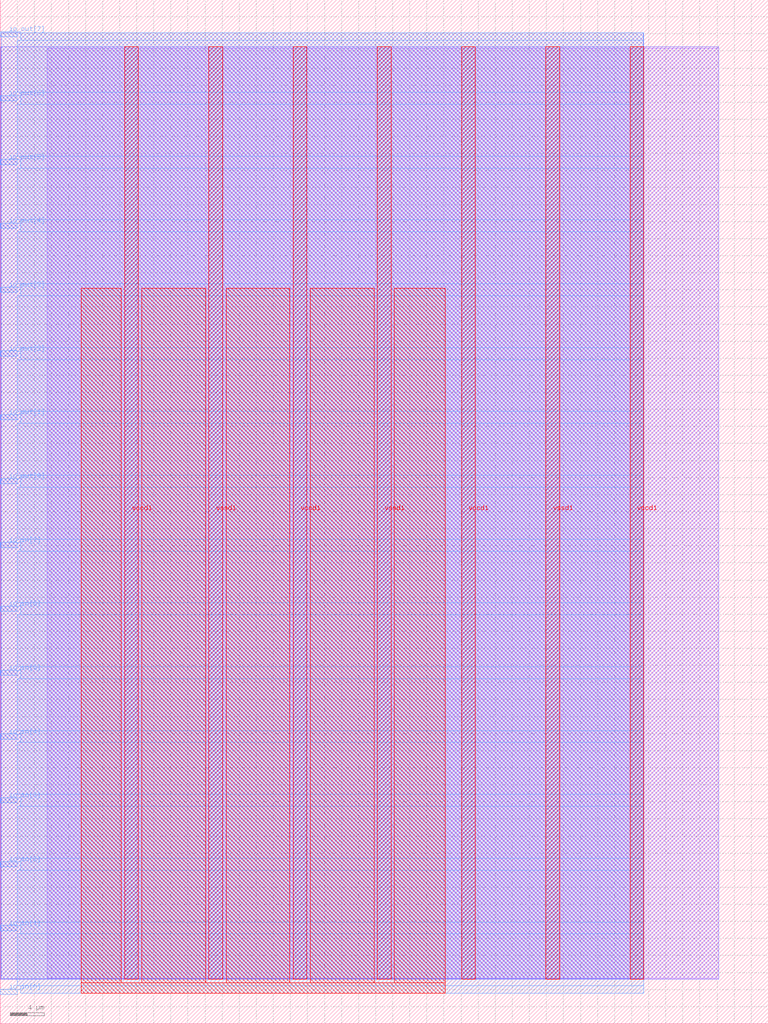
<source format=lef>
VERSION 5.7 ;
  NOWIREEXTENSIONATPIN ON ;
  DIVIDERCHAR "/" ;
  BUSBITCHARS "[]" ;
MACRO cchan_fp8_multiplier
  CLASS BLOCK ;
  FOREIGN cchan_fp8_multiplier ;
  ORIGIN 0.000 0.000 ;
  SIZE 90.000 BY 120.000 ;
  PIN io_in[0]
    DIRECTION INPUT ;
    USE SIGNAL ;
    PORT
      LAYER met3 ;
        RECT 0.000 3.440 2.000 4.040 ;
    END
  END io_in[0]
  PIN io_in[1]
    DIRECTION INPUT ;
    USE SIGNAL ;
    PORT
      LAYER met3 ;
        RECT 0.000 10.920 2.000 11.520 ;
    END
  END io_in[1]
  PIN io_in[2]
    DIRECTION INPUT ;
    USE SIGNAL ;
    PORT
      LAYER met3 ;
        RECT 0.000 18.400 2.000 19.000 ;
    END
  END io_in[2]
  PIN io_in[3]
    DIRECTION INPUT ;
    USE SIGNAL ;
    PORT
      LAYER met3 ;
        RECT 0.000 25.880 2.000 26.480 ;
    END
  END io_in[3]
  PIN io_in[4]
    DIRECTION INPUT ;
    USE SIGNAL ;
    PORT
      LAYER met3 ;
        RECT 0.000 33.360 2.000 33.960 ;
    END
  END io_in[4]
  PIN io_in[5]
    DIRECTION INPUT ;
    USE SIGNAL ;
    PORT
      LAYER met3 ;
        RECT 0.000 40.840 2.000 41.440 ;
    END
  END io_in[5]
  PIN io_in[6]
    DIRECTION INPUT ;
    USE SIGNAL ;
    PORT
      LAYER met3 ;
        RECT 0.000 48.320 2.000 48.920 ;
    END
  END io_in[6]
  PIN io_in[7]
    DIRECTION INPUT ;
    USE SIGNAL ;
    PORT
      LAYER met3 ;
        RECT 0.000 55.800 2.000 56.400 ;
    END
  END io_in[7]
  PIN io_out[0]
    DIRECTION OUTPUT TRISTATE ;
    USE SIGNAL ;
    PORT
      LAYER met3 ;
        RECT 0.000 63.280 2.000 63.880 ;
    END
  END io_out[0]
  PIN io_out[1]
    DIRECTION OUTPUT TRISTATE ;
    USE SIGNAL ;
    PORT
      LAYER met3 ;
        RECT 0.000 70.760 2.000 71.360 ;
    END
  END io_out[1]
  PIN io_out[2]
    DIRECTION OUTPUT TRISTATE ;
    USE SIGNAL ;
    PORT
      LAYER met3 ;
        RECT 0.000 78.240 2.000 78.840 ;
    END
  END io_out[2]
  PIN io_out[3]
    DIRECTION OUTPUT TRISTATE ;
    USE SIGNAL ;
    PORT
      LAYER met3 ;
        RECT 0.000 85.720 2.000 86.320 ;
    END
  END io_out[3]
  PIN io_out[4]
    DIRECTION OUTPUT TRISTATE ;
    USE SIGNAL ;
    PORT
      LAYER met3 ;
        RECT 0.000 93.200 2.000 93.800 ;
    END
  END io_out[4]
  PIN io_out[5]
    DIRECTION OUTPUT TRISTATE ;
    USE SIGNAL ;
    PORT
      LAYER met3 ;
        RECT 0.000 100.680 2.000 101.280 ;
    END
  END io_out[5]
  PIN io_out[6]
    DIRECTION OUTPUT TRISTATE ;
    USE SIGNAL ;
    PORT
      LAYER met3 ;
        RECT 0.000 108.160 2.000 108.760 ;
    END
  END io_out[6]
  PIN io_out[7]
    DIRECTION OUTPUT TRISTATE ;
    USE SIGNAL ;
    PORT
      LAYER met3 ;
        RECT 0.000 115.640 2.000 116.240 ;
    END
  END io_out[7]
  PIN vccd1
    DIRECTION INOUT ;
    USE POWER ;
    PORT
      LAYER met4 ;
        RECT 14.590 5.200 16.190 114.480 ;
    END
    PORT
      LAYER met4 ;
        RECT 34.330 5.200 35.930 114.480 ;
    END
    PORT
      LAYER met4 ;
        RECT 54.070 5.200 55.670 114.480 ;
    END
    PORT
      LAYER met4 ;
        RECT 73.810 5.200 75.410 114.480 ;
    END
  END vccd1
  PIN vssd1
    DIRECTION INOUT ;
    USE GROUND ;
    PORT
      LAYER met4 ;
        RECT 24.460 5.200 26.060 114.480 ;
    END
    PORT
      LAYER met4 ;
        RECT 44.200 5.200 45.800 114.480 ;
    END
    PORT
      LAYER met4 ;
        RECT 63.940 5.200 65.540 114.480 ;
    END
  END vssd1
  OBS
      LAYER li1 ;
        RECT 5.520 5.355 84.180 114.325 ;
      LAYER met1 ;
        RECT 0.070 5.200 84.180 114.480 ;
      LAYER met2 ;
        RECT 0.100 5.255 75.380 116.125 ;
      LAYER met3 ;
        RECT 2.400 115.240 75.400 116.105 ;
        RECT 2.000 109.160 75.400 115.240 ;
        RECT 2.400 107.760 75.400 109.160 ;
        RECT 2.000 101.680 75.400 107.760 ;
        RECT 2.400 100.280 75.400 101.680 ;
        RECT 2.000 94.200 75.400 100.280 ;
        RECT 2.400 92.800 75.400 94.200 ;
        RECT 2.000 86.720 75.400 92.800 ;
        RECT 2.400 85.320 75.400 86.720 ;
        RECT 2.000 79.240 75.400 85.320 ;
        RECT 2.400 77.840 75.400 79.240 ;
        RECT 2.000 71.760 75.400 77.840 ;
        RECT 2.400 70.360 75.400 71.760 ;
        RECT 2.000 64.280 75.400 70.360 ;
        RECT 2.400 62.880 75.400 64.280 ;
        RECT 2.000 56.800 75.400 62.880 ;
        RECT 2.400 55.400 75.400 56.800 ;
        RECT 2.000 49.320 75.400 55.400 ;
        RECT 2.400 47.920 75.400 49.320 ;
        RECT 2.000 41.840 75.400 47.920 ;
        RECT 2.400 40.440 75.400 41.840 ;
        RECT 2.000 34.360 75.400 40.440 ;
        RECT 2.400 32.960 75.400 34.360 ;
        RECT 2.000 26.880 75.400 32.960 ;
        RECT 2.400 25.480 75.400 26.880 ;
        RECT 2.000 19.400 75.400 25.480 ;
        RECT 2.400 18.000 75.400 19.400 ;
        RECT 2.000 11.920 75.400 18.000 ;
        RECT 2.400 10.520 75.400 11.920 ;
        RECT 2.000 4.440 75.400 10.520 ;
        RECT 2.400 3.580 75.400 4.440 ;
      LAYER met4 ;
        RECT 9.495 4.800 14.190 86.185 ;
        RECT 16.590 4.800 24.060 86.185 ;
        RECT 26.460 4.800 33.930 86.185 ;
        RECT 36.330 4.800 43.800 86.185 ;
        RECT 46.200 4.800 52.145 86.185 ;
        RECT 9.495 3.575 52.145 4.800 ;
  END
END cchan_fp8_multiplier
END LIBRARY


</source>
